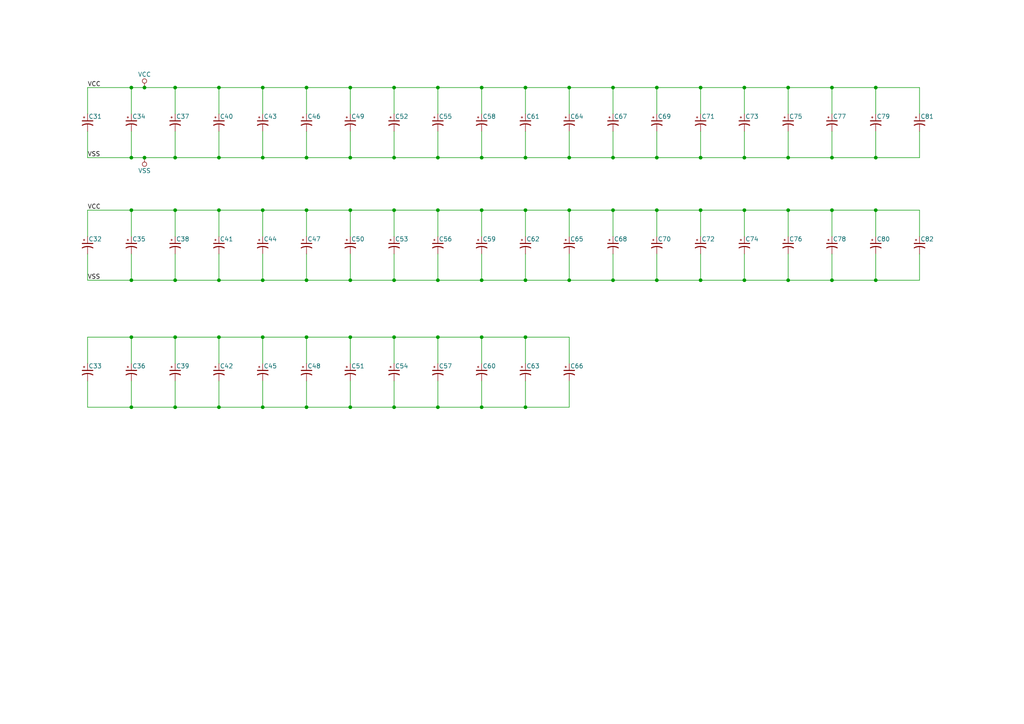
<source format=kicad_sch>
(kicad_sch (version 20211123) (generator eeschema)
  (paper "A4")
  (title_block (date "2022-04-29") (rev "J. Tejada") (company "JOTEGO") (comment 1 "Esperanza D. Triana"))
  (lib_symbols
    (symbol "Device:CP1_Small" (pin_numbers hide) (pin_names (offset 0.254) hide)
      (property "Reference" "C" (at 0.254 1.778 0))
      (property "Value" "Device_CP1_Small" (at 0.254 -2.032 0))
      (symbol "CP1_Small_0_1"
        (polyline (pts (xy -1.524 0.508) (xy 1.524 0.508)) (stroke (width 0.3048)))
        (polyline (pts (xy -1.27 1.524) (xy -0.762 1.524)))
        (polyline (pts (xy -1.016 1.27) (xy -1.016 1.778)))
        (arc (start 1.524 -0.762) (mid 0 -0.3734) (end -1.524 -0.762) (stroke (width 0.3048)))
      )
      (symbol "CP1_Small_1_1"
        (pin passive line (at 0 2.54 270) (length 2.032) (name "~") (number "1"))
        (pin passive line (at 0 -2.54 90) (length 2.032) (name "~") (number "2"))
      )
    )
    (symbol "power:VCC" (power) (pin_names (offset 0))
      (property "Value" "power_VCC" (at 0 3.81 0))
      (symbol "VCC_0_1"
        (polyline (pts (xy 0 0) (xy 0 1.27)))
        (circle (center 0 1.905) (radius 0.635))
      )
      (symbol "VCC_1_1"
        (pin power_in line (at 0 0 90) (length 0) hide (name "VCC") (number "1"))
      )
    )
    (symbol "power:VSS" (power) (pin_names (offset 0))
      (property "Value" "power_VSS" (at 0 3.81 0))
      (symbol "VSS_0_1"
        (polyline (pts (xy 0 0) (xy 0 1.27)))
        (circle (center 0 1.905) (radius 0.635))
      )
      (symbol "VSS_1_1"
        (pin power_in line (at 0 0 90) (length 0) hide (name "VSS") (number "1"))
      )
    )
  )
  (junction (at 50.8 60.96))
  (junction (at 152.4 25.4))
  (junction (at 114.3 25.4))
  (junction (at 63.5 60.96))
  (junction (at 127 81.28))
  (junction (at 190.5 45.72))
  (junction (at 203.2 81.28))
  (junction (at 190.5 25.4))
  (junction (at 254 25.4))
  (junction (at 38.1 25.4))
  (junction (at 88.9 97.79))
  (junction (at 152.4 81.28))
  (junction (at 215.9 60.96))
  (junction (at 50.8 97.79))
  (junction (at 152.4 45.72))
  (junction (at 177.8 60.96))
  (junction (at 101.6 81.28))
  (junction (at 139.7 60.96))
  (junction (at 63.5 45.72))
  (junction (at 114.3 45.72))
  (junction (at 203.2 60.96))
  (junction (at 41.91 25.4))
  (junction (at 76.2 81.28))
  (junction (at 241.3 81.28))
  (junction (at 88.9 25.4))
  (junction (at 203.2 45.72))
  (junction (at 152.4 60.96))
  (junction (at 41.91 45.72))
  (junction (at 228.6 25.4))
  (junction (at 63.5 118.11))
  (junction (at 139.7 118.11))
  (junction (at 215.9 81.28))
  (junction (at 38.1 60.96))
  (junction (at 177.8 45.72))
  (junction (at 165.1 45.72))
  (junction (at 50.8 118.11))
  (junction (at 165.1 81.28))
  (junction (at 127 45.72))
  (junction (at 38.1 97.79))
  (junction (at 114.3 118.11))
  (junction (at 241.3 25.4))
  (junction (at 139.7 45.72))
  (junction (at 215.9 25.4))
  (junction (at 190.5 81.28))
  (junction (at 76.2 45.72))
  (junction (at 241.3 60.96))
  (junction (at 88.9 45.72))
  (junction (at 76.2 60.96))
  (junction (at 63.5 97.79))
  (junction (at 114.3 81.28))
  (junction (at 254 45.72))
  (junction (at 228.6 81.28))
  (junction (at 177.8 81.28))
  (junction (at 76.2 97.79))
  (junction (at 152.4 97.79))
  (junction (at 127 60.96))
  (junction (at 101.6 25.4))
  (junction (at 152.4 118.11))
  (junction (at 165.1 60.96))
  (junction (at 114.3 60.96))
  (junction (at 76.2 118.11))
  (junction (at 88.9 118.11))
  (junction (at 139.7 97.79))
  (junction (at 50.8 81.28))
  (junction (at 203.2 25.4))
  (junction (at 139.7 81.28))
  (junction (at 165.1 25.4))
  (junction (at 38.1 118.11))
  (junction (at 88.9 81.28))
  (junction (at 76.2 25.4))
  (junction (at 139.7 25.4))
  (junction (at 177.8 25.4))
  (junction (at 101.6 60.96))
  (junction (at 63.5 25.4))
  (junction (at 50.8 45.72))
  (junction (at 127 118.11))
  (junction (at 215.9 45.72))
  (junction (at 38.1 45.72))
  (junction (at 127 97.79))
  (junction (at 228.6 45.72))
  (junction (at 241.3 45.72))
  (junction (at 254 60.96))
  (junction (at 114.3 97.79))
  (junction (at 127 25.4))
  (junction (at 190.5 60.96))
  (junction (at 63.5 81.28))
  (junction (at 38.1 81.28))
  (junction (at 88.9 60.96))
  (junction (at 101.6 45.72))
  (junction (at 228.6 60.96))
  (junction (at 101.6 118.11))
  (junction (at 50.8 25.4))
  (junction (at 254 81.28))
  (junction (at 101.6 97.79))
  (wire (pts (xy 50.8 38.1) (xy 50.8 45.72)))
  (wire (pts (xy 190.5 25.4) (xy 190.5 33.02)))
  (wire (pts (xy 76.2 118.11) (xy 88.9 118.11)))
  (wire (pts (xy 190.5 38.1) (xy 190.5 45.72)))
  (wire (pts (xy 76.2 81.28) (xy 88.9 81.28)))
  (wire (pts (xy 127 60.96) (xy 139.7 60.96)))
  (wire (pts (xy 76.2 73.66) (xy 76.2 81.28)))
  (wire (pts (xy 76.2 60.96) (xy 76.2 68.58)))
  (wire (pts (xy 101.6 60.96) (xy 114.3 60.96)))
  (wire (pts (xy 38.1 25.4) (xy 41.91 25.4)))
  (wire (pts (xy 25.4 45.72) (xy 38.1 45.72)))
  (wire (pts (xy 88.9 45.72) (xy 101.6 45.72)))
  (wire (pts (xy 38.1 110.49) (xy 38.1 118.11)))
  (wire (pts (xy 254 60.96) (xy 266.7 60.96)))
  (wire (pts (xy 152.4 60.96) (xy 152.4 68.58)))
  (wire (pts (xy 177.8 81.28) (xy 190.5 81.28)))
  (wire (pts (xy 38.1 60.96) (xy 50.8 60.96)))
  (wire (pts (xy 165.1 25.4) (xy 165.1 33.02)))
  (wire (pts (xy 228.6 25.4) (xy 228.6 33.02)))
  (wire (pts (xy 38.1 60.96) (xy 38.1 68.58)))
  (wire (pts (xy 139.7 60.96) (xy 152.4 60.96)))
  (wire (pts (xy 165.1 38.1) (xy 165.1 45.72)))
  (wire (pts (xy 41.91 25.4) (xy 50.8 25.4)))
  (wire (pts (xy 63.5 25.4) (xy 63.5 33.02)))
  (wire (pts (xy 76.2 25.4) (xy 88.9 25.4)))
  (wire (pts (xy 152.4 25.4) (xy 152.4 33.02)))
  (wire (pts (xy 177.8 45.72) (xy 190.5 45.72)))
  (wire (pts (xy 215.9 60.96) (xy 215.9 68.58)))
  (wire (pts (xy 101.6 25.4) (xy 114.3 25.4)))
  (wire (pts (xy 127 97.79) (xy 127 105.41)))
  (wire (pts (xy 63.5 60.96) (xy 63.5 68.58)))
  (wire (pts (xy 165.1 60.96) (xy 165.1 68.58)))
  (wire (pts (xy 114.3 97.79) (xy 127 97.79)))
  (wire (pts (xy 254 38.1) (xy 254 45.72)))
  (wire (pts (xy 41.91 45.72) (xy 50.8 45.72)))
  (wire (pts (xy 152.4 118.11) (xy 165.1 118.11)))
  (wire (pts (xy 165.1 97.79) (xy 165.1 105.41)))
  (wire (pts (xy 254 60.96) (xy 254 68.58)))
  (wire (pts (xy 139.7 45.72) (xy 152.4 45.72)))
  (wire (pts (xy 63.5 97.79) (xy 63.5 105.41)))
  (wire (pts (xy 63.5 25.4) (xy 76.2 25.4)))
  (wire (pts (xy 165.1 60.96) (xy 177.8 60.96)))
  (wire (pts (xy 177.8 25.4) (xy 190.5 25.4)))
  (wire (pts (xy 101.6 38.1) (xy 101.6 45.72)))
  (wire (pts (xy 76.2 110.49) (xy 76.2 118.11)))
  (wire (pts (xy 25.4 60.96) (xy 38.1 60.96)))
  (wire (pts (xy 101.6 73.66) (xy 101.6 81.28)))
  (wire (pts (xy 203.2 81.28) (xy 215.9 81.28)))
  (wire (pts (xy 25.4 118.11) (xy 25.4 110.49)))
  (wire (pts (xy 63.5 60.96) (xy 76.2 60.96)))
  (wire (pts (xy 152.4 81.28) (xy 165.1 81.28)))
  (wire (pts (xy 114.3 60.96) (xy 127 60.96)))
  (wire (pts (xy 127 81.28) (xy 139.7 81.28)))
  (wire (pts (xy 88.9 25.4) (xy 88.9 33.02)))
  (wire (pts (xy 152.4 97.79) (xy 165.1 97.79)))
  (wire (pts (xy 114.3 97.79) (xy 114.3 105.41)))
  (wire (pts (xy 190.5 25.4) (xy 203.2 25.4)))
  (wire (pts (xy 241.3 60.96) (xy 241.3 68.58)))
  (wire (pts (xy 38.1 73.66) (xy 38.1 81.28)))
  (wire (pts (xy 203.2 73.66) (xy 203.2 81.28)))
  (wire (pts (xy 127 45.72) (xy 139.7 45.72)))
  (wire (pts (xy 139.7 97.79) (xy 152.4 97.79)))
  (wire (pts (xy 63.5 38.1) (xy 63.5 45.72)))
  (wire (pts (xy 228.6 38.1) (xy 228.6 45.72)))
  (wire (pts (xy 139.7 25.4) (xy 139.7 33.02)))
  (wire (pts (xy 38.1 38.1) (xy 38.1 45.72)))
  (wire (pts (xy 177.8 73.66) (xy 177.8 81.28)))
  (wire (pts (xy 190.5 73.66) (xy 190.5 81.28)))
  (wire (pts (xy 215.9 25.4) (xy 228.6 25.4)))
  (wire (pts (xy 25.4 33.02) (xy 25.4 25.4)))
  (wire (pts (xy 101.6 97.79) (xy 114.3 97.79)))
  (wire (pts (xy 25.4 97.79) (xy 38.1 97.79)))
  (wire (pts (xy 88.9 81.28) (xy 101.6 81.28)))
  (wire (pts (xy 101.6 97.79) (xy 101.6 105.41)))
  (wire (pts (xy 76.2 45.72) (xy 88.9 45.72)))
  (wire (pts (xy 203.2 60.96) (xy 215.9 60.96)))
  (wire (pts (xy 25.4 81.28) (xy 38.1 81.28)))
  (wire (pts (xy 50.8 97.79) (xy 63.5 97.79)))
  (wire (pts (xy 50.8 110.49) (xy 50.8 118.11)))
  (wire (pts (xy 152.4 45.72) (xy 165.1 45.72)))
  (wire (pts (xy 241.3 81.28) (xy 254 81.28)))
  (wire (pts (xy 203.2 25.4) (xy 215.9 25.4)))
  (wire (pts (xy 114.3 25.4) (xy 127 25.4)))
  (wire (pts (xy 127 73.66) (xy 127 81.28)))
  (wire (pts (xy 254 45.72) (xy 266.7 45.72)))
  (wire (pts (xy 88.9 97.79) (xy 101.6 97.79)))
  (wire (pts (xy 228.6 81.28) (xy 241.3 81.28)))
  (wire (pts (xy 63.5 81.28) (xy 76.2 81.28)))
  (wire (pts (xy 114.3 45.72) (xy 127 45.72)))
  (wire (pts (xy 114.3 60.96) (xy 114.3 68.58)))
  (wire (pts (xy 139.7 73.66) (xy 139.7 81.28)))
  (wire (pts (xy 88.9 60.96) (xy 101.6 60.96)))
  (wire (pts (xy 127 38.1) (xy 127 45.72)))
  (wire (pts (xy 50.8 97.79) (xy 50.8 105.41)))
  (wire (pts (xy 228.6 60.96) (xy 228.6 68.58)))
  (wire (pts (xy 114.3 110.49) (xy 114.3 118.11)))
  (wire (pts (xy 50.8 118.11) (xy 63.5 118.11)))
  (wire (pts (xy 63.5 110.49) (xy 63.5 118.11)))
  (wire (pts (xy 152.4 110.49) (xy 152.4 118.11)))
  (wire (pts (xy 165.1 25.4) (xy 177.8 25.4)))
  (wire (pts (xy 38.1 97.79) (xy 50.8 97.79)))
  (wire (pts (xy 152.4 97.79) (xy 152.4 105.41)))
  (wire (pts (xy 266.7 25.4) (xy 266.7 33.02)))
  (wire (pts (xy 88.9 60.96) (xy 88.9 68.58)))
  (wire (pts (xy 190.5 60.96) (xy 190.5 68.58)))
  (wire (pts (xy 50.8 60.96) (xy 50.8 68.58)))
  (wire (pts (xy 50.8 45.72) (xy 63.5 45.72)))
  (wire (pts (xy 241.3 25.4) (xy 241.3 33.02)))
  (wire (pts (xy 228.6 45.72) (xy 241.3 45.72)))
  (wire (pts (xy 50.8 81.28) (xy 63.5 81.28)))
  (wire (pts (xy 139.7 38.1) (xy 139.7 45.72)))
  (wire (pts (xy 165.1 110.49) (xy 165.1 118.11)))
  (wire (pts (xy 114.3 73.66) (xy 114.3 81.28)))
  (wire (pts (xy 139.7 60.96) (xy 139.7 68.58)))
  (wire (pts (xy 139.7 81.28) (xy 152.4 81.28)))
  (wire (pts (xy 63.5 45.72) (xy 76.2 45.72)))
  (wire (pts (xy 50.8 60.96) (xy 63.5 60.96)))
  (wire (pts (xy 38.1 118.11) (xy 50.8 118.11)))
  (wire (pts (xy 165.1 45.72) (xy 177.8 45.72)))
  (wire (pts (xy 127 25.4) (xy 127 33.02)))
  (wire (pts (xy 152.4 25.4) (xy 165.1 25.4)))
  (wire (pts (xy 203.2 45.72) (xy 215.9 45.72)))
  (wire (pts (xy 190.5 81.28) (xy 203.2 81.28)))
  (wire (pts (xy 88.9 25.4) (xy 101.6 25.4)))
  (wire (pts (xy 215.9 73.66) (xy 215.9 81.28)))
  (wire (pts (xy 25.4 81.28) (xy 25.4 73.66)))
  (wire (pts (xy 241.3 60.96) (xy 254 60.96)))
  (wire (pts (xy 215.9 25.4) (xy 215.9 33.02)))
  (wire (pts (xy 38.1 25.4) (xy 38.1 33.02)))
  (wire (pts (xy 50.8 25.4) (xy 63.5 25.4)))
  (wire (pts (xy 25.4 45.72) (xy 25.4 38.1)))
  (wire (pts (xy 25.4 25.4) (xy 38.1 25.4)))
  (wire (pts (xy 190.5 45.72) (xy 203.2 45.72)))
  (wire (pts (xy 165.1 73.66) (xy 165.1 81.28)))
  (wire (pts (xy 152.4 60.96) (xy 165.1 60.96)))
  (wire (pts (xy 76.2 97.79) (xy 76.2 105.41)))
  (wire (pts (xy 114.3 81.28) (xy 127 81.28)))
  (wire (pts (xy 203.2 25.4) (xy 203.2 33.02)))
  (wire (pts (xy 215.9 60.96) (xy 228.6 60.96)))
  (wire (pts (xy 76.2 97.79) (xy 88.9 97.79)))
  (wire (pts (xy 266.7 38.1) (xy 266.7 45.72)))
  (wire (pts (xy 266.7 73.66) (xy 266.7 81.28)))
  (wire (pts (xy 114.3 38.1) (xy 114.3 45.72)))
  (wire (pts (xy 76.2 25.4) (xy 76.2 33.02)))
  (wire (pts (xy 241.3 73.66) (xy 241.3 81.28)))
  (wire (pts (xy 127 25.4) (xy 139.7 25.4)))
  (wire (pts (xy 88.9 73.66) (xy 88.9 81.28)))
  (wire (pts (xy 63.5 118.11) (xy 76.2 118.11)))
  (wire (pts (xy 177.8 60.96) (xy 177.8 68.58)))
  (wire (pts (xy 177.8 38.1) (xy 177.8 45.72)))
  (wire (pts (xy 152.4 73.66) (xy 152.4 81.28)))
  (wire (pts (xy 127 60.96) (xy 127 68.58)))
  (wire (pts (xy 88.9 97.79) (xy 88.9 105.41)))
  (wire (pts (xy 76.2 38.1) (xy 76.2 45.72)))
  (wire (pts (xy 241.3 45.72) (xy 254 45.72)))
  (wire (pts (xy 139.7 97.79) (xy 139.7 105.41)))
  (wire (pts (xy 38.1 97.79) (xy 38.1 105.41)))
  (wire (pts (xy 25.4 68.58) (xy 25.4 60.96)))
  (wire (pts (xy 228.6 73.66) (xy 228.6 81.28)))
  (wire (pts (xy 50.8 25.4) (xy 50.8 33.02)))
  (wire (pts (xy 203.2 38.1) (xy 203.2 45.72)))
  (wire (pts (xy 152.4 38.1) (xy 152.4 45.72)))
  (wire (pts (xy 25.4 105.41) (xy 25.4 97.79)))
  (wire (pts (xy 101.6 60.96) (xy 101.6 68.58)))
  (wire (pts (xy 215.9 45.72) (xy 228.6 45.72)))
  (wire (pts (xy 241.3 25.4) (xy 254 25.4)))
  (wire (pts (xy 101.6 118.11) (xy 114.3 118.11)))
  (wire (pts (xy 114.3 118.11) (xy 127 118.11)))
  (wire (pts (xy 101.6 25.4) (xy 101.6 33.02)))
  (wire (pts (xy 266.7 60.96) (xy 266.7 68.58)))
  (wire (pts (xy 254 73.66) (xy 254 81.28)))
  (wire (pts (xy 38.1 45.72) (xy 41.91 45.72)))
  (wire (pts (xy 101.6 110.49) (xy 101.6 118.11)))
  (wire (pts (xy 63.5 97.79) (xy 76.2 97.79)))
  (wire (pts (xy 254 81.28) (xy 266.7 81.28)))
  (wire (pts (xy 76.2 60.96) (xy 88.9 60.96)))
  (wire (pts (xy 88.9 38.1) (xy 88.9 45.72)))
  (wire (pts (xy 228.6 60.96) (xy 241.3 60.96)))
  (wire (pts (xy 190.5 60.96) (xy 203.2 60.96)))
  (wire (pts (xy 25.4 118.11) (xy 38.1 118.11)))
  (wire (pts (xy 38.1 81.28) (xy 50.8 81.28)))
  (wire (pts (xy 139.7 118.11) (xy 152.4 118.11)))
  (wire (pts (xy 215.9 38.1) (xy 215.9 45.72)))
  (wire (pts (xy 139.7 25.4) (xy 152.4 25.4)))
  (wire (pts (xy 127 110.49) (xy 127 118.11)))
  (wire (pts (xy 127 97.79) (xy 139.7 97.79)))
  (wire (pts (xy 254 25.4) (xy 266.7 25.4)))
  (wire (pts (xy 50.8 73.66) (xy 50.8 81.28)))
  (wire (pts (xy 88.9 118.11) (xy 101.6 118.11)))
  (wire (pts (xy 177.8 60.96) (xy 190.5 60.96)))
  (wire (pts (xy 165.1 81.28) (xy 177.8 81.28)))
  (wire (pts (xy 101.6 45.72) (xy 114.3 45.72)))
  (wire (pts (xy 139.7 110.49) (xy 139.7 118.11)))
  (wire (pts (xy 63.5 73.66) (xy 63.5 81.28)))
  (wire (pts (xy 203.2 60.96) (xy 203.2 68.58)))
  (wire (pts (xy 114.3 25.4) (xy 114.3 33.02)))
  (wire (pts (xy 101.6 81.28) (xy 114.3 81.28)))
  (wire (pts (xy 241.3 38.1) (xy 241.3 45.72)))
  (wire (pts (xy 88.9 110.49) (xy 88.9 118.11)))
  (wire (pts (xy 228.6 25.4) (xy 241.3 25.4)))
  (wire (pts (xy 254 25.4) (xy 254 33.02)))
  (wire (pts (xy 127 118.11) (xy 139.7 118.11)))
  (wire (pts (xy 177.8 25.4) (xy 177.8 33.02)))
  (wire (pts (xy 215.9 81.28) (xy 228.6 81.28)))
  (label "VCC" (at 25.4 25.4 0))
  (label "VSS" (at 25.4 81.28 0))
  (label "VCC" (at 25.4 60.96 0))
  (label "VSS" (at 25.4 45.72 0))
  (symbol (lib_id "Device:CP1_Small") (at 25.4 35.56 0) (unit 1)
    (property "Reference" "C31" (at 25.654 33.782 0) (effects (justify left)))
  )
  (symbol (lib_id "Device:CP1_Small") (at 38.1 35.56 0) (unit 1)
    (property "Reference" "C34" (at 38.354 33.782 0) (effects (justify left)))
  )
  (symbol (lib_id "Device:CP1_Small") (at 50.8 35.56 0) (unit 1)
    (property "Reference" "C37" (at 51.054 33.782 0) (effects (justify left)))
  )
  (symbol (lib_id "Device:CP1_Small") (at 63.5 35.56 0) (unit 1)
    (property "Reference" "C40" (at 63.754 33.782 0) (effects (justify left)))
  )
  (symbol (lib_id "Device:CP1_Small") (at 76.2 35.56 0) (unit 1)
    (property "Reference" "C43" (at 76.454 33.782 0) (effects (justify left)))
  )
  (symbol (lib_id "Device:CP1_Small") (at 88.9 35.56 0) (unit 1)
    (property "Reference" "C46" (at 89.154 33.782 0) (effects (justify left)))
  )
  (symbol (lib_id "Device:CP1_Small") (at 101.6 35.56 0) (unit 1)
    (property "Reference" "C49" (at 101.854 33.782 0) (effects (justify left)))
  )
  (symbol (lib_id "Device:CP1_Small") (at 114.3 35.56 0) (unit 1)
    (property "Reference" "C52" (at 114.554 33.782 0) (effects (justify left)))
  )
  (symbol (lib_id "Device:CP1_Small") (at 127 35.56 0) (unit 1)
    (property "Reference" "C55" (at 127.254 33.782 0) (effects (justify left)))
  )
  (symbol (lib_id "Device:CP1_Small") (at 139.7 35.56 0) (unit 1)
    (property "Reference" "C58" (at 139.954 33.782 0) (effects (justify left)))
  )
  (symbol (lib_id "Device:CP1_Small") (at 152.4 35.56 0) (unit 1)
    (property "Reference" "C61" (at 152.654 33.782 0) (effects (justify left)))
  )
  (symbol (lib_id "Device:CP1_Small") (at 165.1 35.56 0) (unit 1)
    (property "Reference" "C64" (at 165.354 33.782 0) (effects (justify left)))
  )
  (symbol (lib_id "Device:CP1_Small") (at 177.8 35.56 0) (unit 1)
    (property "Reference" "C67" (at 178.054 33.782 0) (effects (justify left)))
  )
  (symbol (lib_id "Device:CP1_Small") (at 190.5 35.56 0) (unit 1)
    (property "Reference" "C69" (at 190.754 33.782 0) (effects (justify left)))
  )
  (symbol (lib_id "Device:CP1_Small") (at 203.2 35.56 0) (unit 1)
    (property "Reference" "C71" (at 203.454 33.782 0) (effects (justify left)))
  )
  (symbol (lib_id "Device:CP1_Small") (at 215.9 35.56 0) (unit 1)
    (property "Reference" "C73" (at 216.154 33.782 0) (effects (justify left)))
  )
  (symbol (lib_id "Device:CP1_Small") (at 228.6 35.56 0) (unit 1)
    (property "Reference" "C75" (at 228.854 33.782 0) (effects (justify left)))
  )
  (symbol (lib_id "Device:CP1_Small") (at 241.3 35.56 0) (unit 1)
    (property "Reference" "C77" (at 241.554 33.782 0) (effects (justify left)))
  )
  (symbol (lib_id "Device:CP1_Small") (at 254 35.56 0) (unit 1)
    (property "Reference" "C79" (at 254.254 33.782 0) (effects (justify left)))
  )
  (symbol (lib_id "Device:CP1_Small") (at 266.7 35.56 0) (unit 1)
    (property "Reference" "C81" (at 266.954 33.782 0) (effects (justify left)))
  )
  (symbol (lib_id "Device:CP1_Small") (at 25.4 71.12 0) (unit 1)
    (property "Reference" "C32" (at 25.654 69.342 0) (effects (justify left)))
  )
  (symbol (lib_id "Device:CP1_Small") (at 38.1 71.12 0) (unit 1)
    (property "Reference" "C35" (at 38.354 69.342 0) (effects (justify left)))
  )
  (symbol (lib_id "Device:CP1_Small") (at 50.8 71.12 0) (unit 1)
    (property "Reference" "C38" (at 51.054 69.342 0) (effects (justify left)))
  )
  (symbol (lib_id "Device:CP1_Small") (at 63.5 71.12 0) (unit 1)
    (property "Reference" "C41" (at 63.754 69.342 0) (effects (justify left)))
  )
  (symbol (lib_id "Device:CP1_Small") (at 76.2 71.12 0) (unit 1)
    (property "Reference" "C44" (at 76.454 69.342 0) (effects (justify left)))
  )
  (symbol (lib_id "Device:CP1_Small") (at 88.9 71.12 0) (unit 1)
    (property "Reference" "C47" (at 89.154 69.342 0) (effects (justify left)))
  )
  (symbol (lib_id "Device:CP1_Small") (at 101.6 71.12 0) (unit 1)
    (property "Reference" "C50" (at 101.854 69.342 0) (effects (justify left)))
  )
  (symbol (lib_id "Device:CP1_Small") (at 114.3 71.12 0) (unit 1)
    (property "Reference" "C53" (at 114.554 69.342 0) (effects (justify left)))
  )
  (symbol (lib_id "Device:CP1_Small") (at 127 71.12 0) (unit 1)
    (property "Reference" "C56" (at 127.254 69.342 0) (effects (justify left)))
  )
  (symbol (lib_id "Device:CP1_Small") (at 139.7 71.12 0) (unit 1)
    (property "Reference" "C59" (at 139.954 69.342 0) (effects (justify left)))
  )
  (symbol (lib_id "Device:CP1_Small") (at 152.4 71.12 0) (unit 1)
    (property "Reference" "C62" (at 152.654 69.342 0) (effects (justify left)))
  )
  (symbol (lib_id "Device:CP1_Small") (at 165.1 71.12 0) (unit 1)
    (property "Reference" "C65" (at 165.354 69.342 0) (effects (justify left)))
  )
  (symbol (lib_id "Device:CP1_Small") (at 177.8 71.12 0) (unit 1)
    (property "Reference" "C68" (at 178.054 69.342 0) (effects (justify left)))
  )
  (symbol (lib_id "Device:CP1_Small") (at 190.5 71.12 0) (unit 1)
    (property "Reference" "C70" (at 190.754 69.342 0) (effects (justify left)))
  )
  (symbol (lib_id "Device:CP1_Small") (at 203.2 71.12 0) (unit 1)
    (property "Reference" "C72" (at 203.454 69.342 0) (effects (justify left)))
  )
  (symbol (lib_id "Device:CP1_Small") (at 215.9 71.12 0) (unit 1)
    (property "Reference" "C74" (at 216.154 69.342 0) (effects (justify left)))
  )
  (symbol (lib_id "Device:CP1_Small") (at 228.6 71.12 0) (unit 1)
    (property "Reference" "C76" (at 228.854 69.342 0) (effects (justify left)))
  )
  (symbol (lib_id "Device:CP1_Small") (at 241.3 71.12 0) (unit 1)
    (property "Reference" "C78" (at 241.554 69.342 0) (effects (justify left)))
  )
  (symbol (lib_id "Device:CP1_Small") (at 254 71.12 0) (unit 1)
    (property "Reference" "C80" (at 254.254 69.342 0) (effects (justify left)))
  )
  (symbol (lib_id "Device:CP1_Small") (at 266.7 71.12 0) (unit 1)
    (property "Reference" "C82" (at 266.954 69.342 0) (effects (justify left)))
  )
  (symbol (lib_id "Device:CP1_Small") (at 25.4 107.95 0) (unit 1)
    (property "Reference" "C33" (at 25.654 106.172 0) (effects (justify left)))
  )
  (symbol (lib_id "Device:CP1_Small") (at 38.1 107.95 0) (unit 1)
    (property "Reference" "C36" (at 38.354 106.172 0) (effects (justify left)))
  )
  (symbol (lib_id "Device:CP1_Small") (at 50.8 107.95 0) (unit 1)
    (property "Reference" "C39" (at 51.054 106.172 0) (effects (justify left)))
  )
  (symbol (lib_id "Device:CP1_Small") (at 63.5 107.95 0) (unit 1)
    (property "Reference" "C42" (at 63.754 106.172 0) (effects (justify left)))
  )
  (symbol (lib_id "Device:CP1_Small") (at 76.2 107.95 0) (unit 1)
    (property "Reference" "C45" (at 76.454 106.172 0) (effects (justify left)))
  )
  (symbol (lib_id "Device:CP1_Small") (at 88.9 107.95 0) (unit 1)
    (property "Reference" "C48" (at 89.154 106.172 0) (effects (justify left)))
  )
  (symbol (lib_id "Device:CP1_Small") (at 101.6 107.95 0) (unit 1)
    (property "Reference" "C51" (at 101.854 106.172 0) (effects (justify left)))
  )
  (symbol (lib_id "Device:CP1_Small") (at 114.3 107.95 0) (unit 1)
    (property "Reference" "C54" (at 114.554 106.172 0) (effects (justify left)))
  )
  (symbol (lib_id "Device:CP1_Small") (at 127 107.95 0) (unit 1)
    (property "Reference" "C57" (at 127.254 106.172 0) (effects (justify left)))
  )
  (symbol (lib_id "Device:CP1_Small") (at 139.7 107.95 0) (unit 1)
    (property "Reference" "C60" (at 139.954 106.172 0) (effects (justify left)))
  )
  (symbol (lib_id "Device:CP1_Small") (at 152.4 107.95 0) (unit 1)
    (property "Reference" "C63" (at 152.654 106.172 0) (effects (justify left)))
  )
  (symbol (lib_id "Device:CP1_Small") (at 165.1 107.95 0) (unit 1)
    (property "Reference" "C66" (at 165.354 106.172 0) (effects (justify left)))
  )
  (symbol (lib_id "power:VCC") (at 41.91 25.4 0) (unit 1)
    (property "Reference" "#PWR0101" (effects hide))
  )
  (symbol (lib_id "power:VSS") (at 41.91 45.72 180) (unit 1)
    (property "Reference" "#PWR0102" (effects hide))
  )
)
</source>
